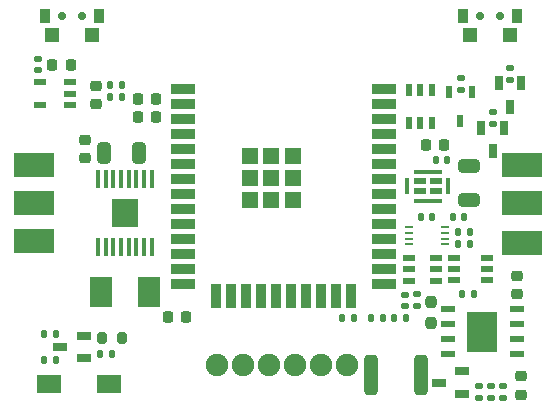
<source format=gbr>
%TF.GenerationSoftware,KiCad,Pcbnew,(6.0.9-0)*%
%TF.CreationDate,2022-11-16T12:00:47+01:00*%
%TF.ProjectId,GlowBand PCB,476c6f77-4261-46e6-9420-5043422e6b69,rev?*%
%TF.SameCoordinates,Original*%
%TF.FileFunction,Soldermask,Top*%
%TF.FilePolarity,Negative*%
%FSLAX46Y46*%
G04 Gerber Fmt 4.6, Leading zero omitted, Abs format (unit mm)*
G04 Created by KiCad (PCBNEW (6.0.9-0)) date 2022-11-16 12:00:47*
%MOMM*%
%LPD*%
G01*
G04 APERTURE LIST*
G04 Aperture macros list*
%AMRoundRect*
0 Rectangle with rounded corners*
0 $1 Rounding radius*
0 $2 $3 $4 $5 $6 $7 $8 $9 X,Y pos of 4 corners*
0 Add a 4 corners polygon primitive as box body*
4,1,4,$2,$3,$4,$5,$6,$7,$8,$9,$2,$3,0*
0 Add four circle primitives for the rounded corners*
1,1,$1+$1,$2,$3*
1,1,$1+$1,$4,$5*
1,1,$1+$1,$6,$7*
1,1,$1+$1,$8,$9*
0 Add four rect primitives between the rounded corners*
20,1,$1+$1,$2,$3,$4,$5,0*
20,1,$1+$1,$4,$5,$6,$7,0*
20,1,$1+$1,$6,$7,$8,$9,0*
20,1,$1+$1,$8,$9,$2,$3,0*%
G04 Aperture macros list end*
%ADD10RoundRect,0.140000X-0.140000X-0.170000X0.140000X-0.170000X0.140000X0.170000X-0.140000X0.170000X0*%
%ADD11RoundRect,0.225000X-0.250000X0.225000X-0.250000X-0.225000X0.250000X-0.225000X0.250000X0.225000X0*%
%ADD12R,3.500000X2.000000*%
%ADD13C,0.700025*%
%ADD14R,0.900000X1.200000*%
%ADD15R,1.200000X1.300000*%
%ADD16O,0.750013X0.250013*%
%ADD17RoundRect,0.200000X0.200000X0.275000X-0.200000X0.275000X-0.200000X-0.275000X0.200000X-0.275000X0*%
%ADD18RoundRect,0.135000X0.135000X0.185000X-0.135000X0.185000X-0.135000X-0.185000X0.135000X-0.185000X0*%
%ADD19RoundRect,0.225000X0.250000X-0.225000X0.250000X0.225000X-0.250000X0.225000X-0.250000X-0.225000X0*%
%ADD20RoundRect,0.140000X-0.170000X0.140000X-0.170000X-0.140000X0.170000X-0.140000X0.170000X0.140000X0*%
%ADD21RoundRect,0.135000X0.185000X-0.135000X0.185000X0.135000X-0.185000X0.135000X-0.185000X-0.135000X0*%
%ADD22R,1.250013X0.700000*%
%ADD23R,1.050013X0.550013*%
%ADD24R,0.450013X1.400000*%
%ADD25R,2.400000X0.450013*%
%ADD26R,2.310000X2.460000*%
%ADD27RoundRect,0.100000X0.100000X-0.687500X0.100000X0.687500X-0.100000X0.687500X-0.100000X-0.687500X0*%
%ADD28RoundRect,0.237500X0.237500X-0.250000X0.237500X0.250000X-0.237500X0.250000X-0.237500X-0.250000X0*%
%ADD29RoundRect,0.250000X0.312500X1.450000X-0.312500X1.450000X-0.312500X-1.450000X0.312500X-1.450000X0*%
%ADD30RoundRect,0.135000X-0.135000X-0.185000X0.135000X-0.185000X0.135000X0.185000X-0.135000X0.185000X0*%
%ADD31R,1.000000X0.600000*%
%ADD32R,2.046380X1.620015*%
%ADD33RoundRect,0.135000X-0.185000X0.135000X-0.185000X-0.135000X0.185000X-0.135000X0.185000X0.135000X0*%
%ADD34RoundRect,0.225000X-0.225000X-0.250000X0.225000X-0.250000X0.225000X0.250000X-0.225000X0.250000X0*%
%ADD35RoundRect,0.250000X-0.325000X-0.650000X0.325000X-0.650000X0.325000X0.650000X-0.325000X0.650000X0*%
%ADD36R,0.700000X1.250013*%
%ADD37RoundRect,0.225000X0.225000X0.250000X-0.225000X0.250000X-0.225000X-0.250000X0.225000X-0.250000X0*%
%ADD38R,2.000000X0.900000*%
%ADD39R,0.900000X2.000000*%
%ADD40R,1.330000X1.330000*%
%ADD41R,1.000000X0.550013*%
%ADD42R,0.600000X1.070003*%
%ADD43RoundRect,0.140000X0.140000X0.170000X-0.140000X0.170000X-0.140000X-0.170000X0.140000X-0.170000X0*%
%ADD44R,1.072009X0.532004*%
%ADD45R,1.900000X2.500000*%
%ADD46RoundRect,0.250000X-0.650000X0.325000X-0.650000X-0.325000X0.650000X-0.325000X0.650000X0.325000X0*%
%ADD47R,0.550013X1.000000*%
%ADD48C,1.900000*%
%ADD49R,1.200000X0.600000*%
%ADD50R,2.500000X3.499873*%
G04 APERTURE END LIST*
D10*
%TO.C,C17*%
X103454800Y-77686230D03*
X104414800Y-77686230D03*
%TD*%
D11*
%TO.C,C19*%
X114147600Y-82652970D03*
X114147600Y-84202970D03*
%TD*%
D12*
%TO.C,P5*%
X114300000Y-68008830D03*
%TD*%
D13*
%TO.C,SW1*%
X112432340Y-52159732D03*
X110732314Y-52159732D03*
D14*
X109282225Y-52159732D03*
X113882175Y-52159732D03*
D15*
X109907321Y-53709643D03*
X113257333Y-53709643D03*
%TD*%
D16*
%TO.C,U3*%
X107772711Y-71486893D03*
X107772711Y-70986766D03*
X107772711Y-70486893D03*
X107772711Y-69986766D03*
X104672889Y-69986766D03*
X104672889Y-70486893D03*
X104672889Y-70986766D03*
X104672889Y-71486893D03*
%TD*%
D17*
%TO.C,R8*%
X80390000Y-79375000D03*
X78740000Y-79375000D03*
%TD*%
D12*
%TO.C,P6*%
X114300000Y-71348600D03*
%TD*%
D18*
%TO.C,R4*%
X74839800Y-79070200D03*
X73819800Y-79070200D03*
%TD*%
D19*
%TO.C,C18*%
X113868200Y-75705000D03*
X113868200Y-74155000D03*
%TD*%
D20*
%TO.C,C20*%
X104343200Y-75733030D03*
X104343200Y-76693030D03*
%TD*%
D18*
%TO.C,R20*%
X80418400Y-59004200D03*
X79398400Y-59004200D03*
%TD*%
D21*
%TO.C,R16*%
X113233200Y-57558400D03*
X113233200Y-56538400D03*
%TD*%
D10*
%TO.C,C2*%
X108435200Y-69151830D03*
X109395200Y-69151830D03*
%TD*%
D22*
%TO.C,U5*%
X77158600Y-81137762D03*
X77158600Y-79237838D03*
X75158600Y-80187800D03*
%TD*%
D23*
%TO.C,U15*%
X106961083Y-66117213D03*
X105610816Y-66117213D03*
X105610816Y-66967099D03*
X106961083Y-66967099D03*
D24*
X108010867Y-66542156D03*
D25*
X106285949Y-65317111D03*
D24*
X104561032Y-66542156D03*
D25*
X106285949Y-67767200D03*
%TD*%
D26*
%TO.C,U4*%
X80645000Y-68833830D03*
D27*
X78370000Y-71696330D03*
X79020000Y-71696330D03*
X79670000Y-71696330D03*
X80320000Y-71696330D03*
X80970000Y-71696330D03*
X81620000Y-71696330D03*
X82270000Y-71696330D03*
X82920000Y-71696330D03*
X82920000Y-65971330D03*
X82270000Y-65971330D03*
X81620000Y-65971330D03*
X80970000Y-65971330D03*
X80320000Y-65971330D03*
X79670000Y-65971330D03*
X79020000Y-65971330D03*
X78370000Y-65971330D03*
%TD*%
D28*
%TO.C,R22*%
X106578400Y-78153900D03*
X106578400Y-76328900D03*
%TD*%
D29*
%TO.C,F1*%
X105744100Y-82524600D03*
X101469100Y-82524600D03*
%TD*%
D30*
%TO.C,R1*%
X108821531Y-71424800D03*
X109841531Y-71424800D03*
%TD*%
D31*
%TO.C,U7*%
X76026902Y-59662341D03*
X76026902Y-58712379D03*
X76026902Y-57762417D03*
X73426698Y-57762417D03*
X73426698Y-59662341D03*
%TD*%
D32*
%TO.C,U6*%
X74193369Y-83325005D03*
X79324180Y-83325005D03*
%TD*%
D30*
%TO.C,R2*%
X108823531Y-70408800D03*
X109843531Y-70408800D03*
%TD*%
D19*
%TO.C,C9*%
X78206600Y-59576000D03*
X78206600Y-58026000D03*
%TD*%
D12*
%TO.C,P1*%
X72948800Y-64732230D03*
%TD*%
D33*
%TO.C,R15*%
X109067600Y-57364230D03*
X109067600Y-58384230D03*
%TD*%
D34*
%TO.C,C1*%
X84315000Y-77597000D03*
X85865000Y-77597000D03*
%TD*%
D12*
%TO.C,P3*%
X72948800Y-71183830D03*
%TD*%
D30*
%TO.C,R7*%
X78509400Y-80721200D03*
X79529400Y-80721200D03*
%TD*%
D34*
%TO.C,C7*%
X74510600Y-56286400D03*
X76060600Y-56286400D03*
%TD*%
D35*
%TO.C,C6*%
X78916000Y-63779400D03*
X81866000Y-63779400D03*
%TD*%
D36*
%TO.C,U16*%
X114183162Y-57826400D03*
X112283238Y-57826400D03*
X113233200Y-59826400D03*
%TD*%
D37*
%TO.C,C16*%
X83274200Y-60706000D03*
X81724200Y-60706000D03*
%TD*%
D10*
%TO.C,C14*%
X106997200Y-64363600D03*
X107957200Y-64363600D03*
%TD*%
D38*
%TO.C,U1*%
X85548700Y-58364280D03*
X85548700Y-59634280D03*
X85548700Y-60904280D03*
X85548700Y-62174280D03*
X85548700Y-63444280D03*
X85548700Y-64714280D03*
X85548700Y-65984280D03*
X85548700Y-67254280D03*
X85548700Y-68524280D03*
X85548700Y-69794280D03*
X85548700Y-71064280D03*
X85548700Y-72334280D03*
X85548700Y-73604280D03*
X85548700Y-74874280D03*
D39*
X88333700Y-75874280D03*
X89603700Y-75874280D03*
X90873700Y-75874280D03*
X92143700Y-75874280D03*
X93413700Y-75874280D03*
X94683700Y-75874280D03*
X95953700Y-75874280D03*
X97223700Y-75874280D03*
X98493700Y-75874280D03*
X99763700Y-75874280D03*
D38*
X102548700Y-74874280D03*
X102548700Y-73604280D03*
X102548700Y-72334280D03*
X102548700Y-71064280D03*
X102548700Y-69794280D03*
X102548700Y-68524280D03*
X102548700Y-67254280D03*
X102548700Y-65984280D03*
X102548700Y-64714280D03*
X102548700Y-63444280D03*
X102548700Y-62174280D03*
X102548700Y-60904280D03*
X102548700Y-59634280D03*
X102548700Y-58364280D03*
D40*
X91213700Y-67699280D03*
X93048700Y-64029280D03*
X94883700Y-67699280D03*
X91213700Y-64029280D03*
X93048700Y-67699280D03*
X94883700Y-64029280D03*
X93048700Y-65864280D03*
X91213700Y-65864280D03*
X94883700Y-65864280D03*
%TD*%
D41*
%TO.C,U18*%
X111276470Y-74527185D03*
X111276470Y-73577223D03*
X111276470Y-72627261D03*
X108476368Y-72627261D03*
X108476368Y-73577223D03*
X108476368Y-74527185D03*
%TD*%
D12*
%TO.C,P2*%
X72948800Y-68008830D03*
%TD*%
D34*
%TO.C,C15*%
X106133600Y-63093600D03*
X107683600Y-63093600D03*
%TD*%
%TO.C,C3*%
X81724200Y-59182000D03*
X83274200Y-59182000D03*
%TD*%
D18*
%TO.C,R21*%
X100078000Y-77673200D03*
X99058000Y-77673200D03*
%TD*%
D42*
%TO.C,U17*%
X109999821Y-58571952D03*
X108099897Y-58571952D03*
X109049859Y-61042106D03*
%TD*%
D12*
%TO.C,P4*%
X114300000Y-64732230D03*
%TD*%
D33*
%TO.C,R12*%
X112699800Y-83464400D03*
X112699800Y-84484400D03*
%TD*%
D43*
%TO.C,C4*%
X106677400Y-69189600D03*
X105717400Y-69189600D03*
%TD*%
D20*
%TO.C,C8*%
X73279000Y-55781000D03*
X73279000Y-56741000D03*
%TD*%
D44*
%TO.C,U20*%
X107020406Y-74548094D03*
X107020406Y-73598132D03*
X107020406Y-72648170D03*
X104722210Y-72648170D03*
X104722210Y-73598132D03*
X104722210Y-74548094D03*
%TD*%
D45*
%TO.C,U2*%
X82695038Y-75514200D03*
X78594962Y-75514200D03*
%TD*%
D36*
%TO.C,U13*%
X112735362Y-61585600D03*
X110835438Y-61585600D03*
X111785400Y-63585600D03*
%TD*%
D46*
%TO.C,C12*%
X109816600Y-64809638D03*
X109816600Y-67759638D03*
%TD*%
D47*
%TO.C,U10*%
X104714140Y-61204681D03*
X105664102Y-61204681D03*
X106614064Y-61204681D03*
X106614064Y-58404579D03*
X105664102Y-58404579D03*
X104714140Y-58404579D03*
%TD*%
D33*
%TO.C,R13*%
X111633000Y-83462400D03*
X111633000Y-84482400D03*
%TD*%
D21*
%TO.C,R11*%
X110617000Y-84482400D03*
X110617000Y-83462400D03*
%TD*%
D30*
%TO.C,R18*%
X79398400Y-57988200D03*
X80418400Y-57988200D03*
%TD*%
D18*
%TO.C,R3*%
X74839800Y-81305400D03*
X73819800Y-81305400D03*
%TD*%
D21*
%TO.C,R14*%
X111785400Y-61317600D03*
X111785400Y-60297600D03*
%TD*%
D13*
%TO.C,SW2*%
X76999340Y-52167232D03*
X75299314Y-52167232D03*
D14*
X73849225Y-52167232D03*
X78449175Y-52167232D03*
D15*
X74474321Y-53717143D03*
X77824333Y-53717143D03*
%TD*%
D22*
%TO.C,U9*%
X109229400Y-84134962D03*
X109229400Y-82235038D03*
X107229400Y-83185000D03*
%TD*%
D33*
%TO.C,R23*%
X105359200Y-75703030D03*
X105359200Y-76723030D03*
%TD*%
D48*
%TO.C,P9*%
X88468400Y-81706030D03*
X90668400Y-81706030D03*
X92868400Y-81706030D03*
X95068400Y-81706030D03*
X97268400Y-81706030D03*
X99468400Y-81706030D03*
%TD*%
D11*
%TO.C,C5*%
X77292200Y-62623400D03*
X77292200Y-64173400D03*
%TD*%
D49*
%TO.C,U19*%
X108000800Y-76961997D03*
X108000800Y-78232000D03*
X108000800Y-79502002D03*
X108000800Y-80772005D03*
X113817412Y-80772005D03*
X113817412Y-79502002D03*
X113817412Y-78232000D03*
X113817412Y-76961997D03*
D50*
X110909106Y-78867001D03*
%TD*%
D18*
%TO.C,R17*%
X110187200Y-75666600D03*
X109167200Y-75666600D03*
%TD*%
D30*
%TO.C,R19*%
X101496400Y-77686230D03*
X102516400Y-77686230D03*
%TD*%
M02*

</source>
